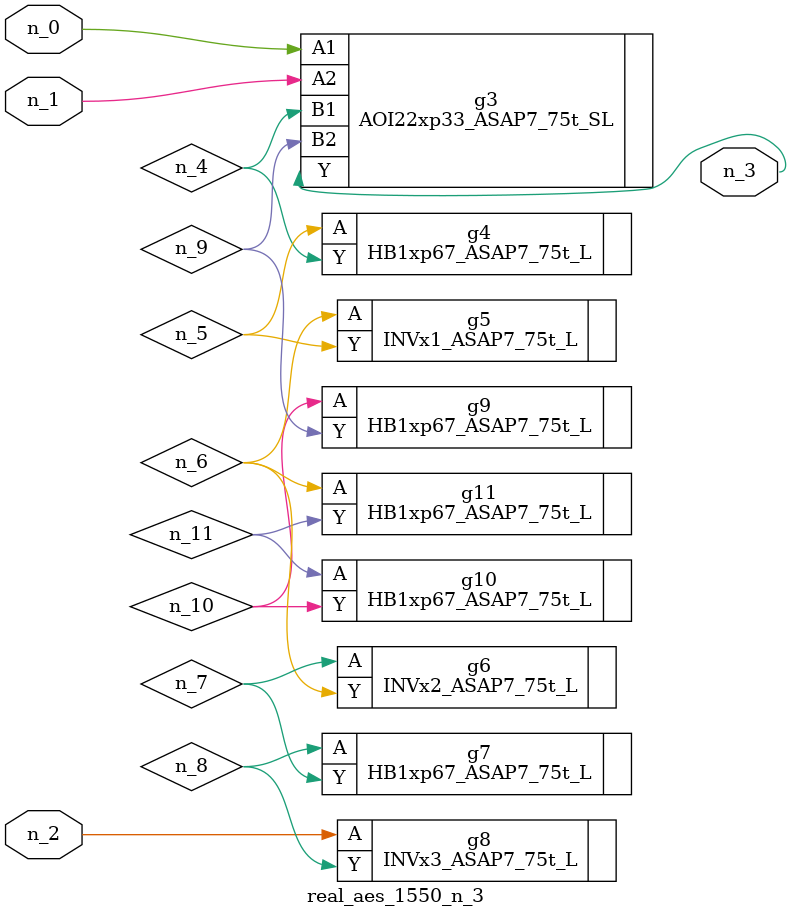
<source format=v>
module real_aes_1550_n_3 (n_0, n_2, n_1, n_3);
input n_0;
input n_2;
input n_1;
output n_3;
wire n_4;
wire n_5;
wire n_7;
wire n_9;
wire n_6;
wire n_8;
wire n_10;
wire n_11;
AOI22xp33_ASAP7_75t_SL g3 ( .A1(n_0), .A2(n_1), .B1(n_4), .B2(n_9), .Y(n_3) );
INVx3_ASAP7_75t_L g8 ( .A(n_2), .Y(n_8) );
HB1xp67_ASAP7_75t_L g4 ( .A(n_5), .Y(n_4) );
INVx1_ASAP7_75t_L g5 ( .A(n_6), .Y(n_5) );
HB1xp67_ASAP7_75t_L g11 ( .A(n_6), .Y(n_11) );
INVx2_ASAP7_75t_L g6 ( .A(n_7), .Y(n_6) );
HB1xp67_ASAP7_75t_L g7 ( .A(n_8), .Y(n_7) );
HB1xp67_ASAP7_75t_L g9 ( .A(n_10), .Y(n_9) );
HB1xp67_ASAP7_75t_L g10 ( .A(n_11), .Y(n_10) );
endmodule
</source>
